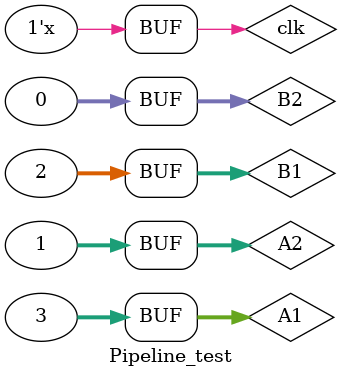
<source format=v>
`timescale 1ns / 1ps

module Pipeline_test;

	// Inputs
	reg [31:0] A1;
	reg [31:0] A2;
	reg [31:0] B1;
	reg [31:0] B2;
	reg clk;

	// Outputs
	wire [31:0] C;

	// Instantiate the Unit Under Test (UUT)
	pipeline uut (
		.A1(A1), 
		.A2(A2), 
		.B1(B1), 
		.B2(B2), 
		.clk(clk), 
		.C(C)
	);

	initial begin
		// Initialize Inputs
		A1 = 0;
		A2 = 0;
		B1 = 0;
		B2 = 0;
		clk = 0;
		
		#100;
		
		A1=0;
		B1=1;
		A2=2;
		B2=3;
		#10;
		A1=3;
		B1=2;
		A2=1;
		B2=0;
		#10;
	end
	always #5 clk = ~clk;
      
endmodule


</source>
